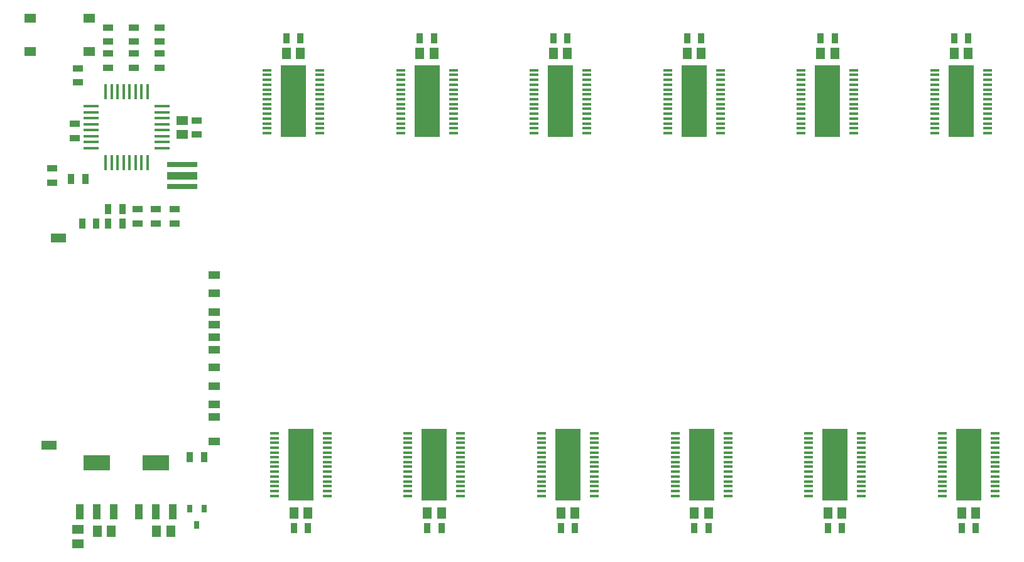
<source format=gbp>
G04 (created by PCBNEW (2013-07-07 BZR 4022)-stable) date 5/10/2014 5:07:10 PM*
%MOIN*%
G04 Gerber Fmt 3.4, Leading zero omitted, Abs format*
%FSLAX34Y34*%
G01*
G70*
G90*
G04 APERTURE LIST*
%ADD10C,0.00590551*%
%ADD11R,0.0787X0.0177*%
%ADD12R,0.0177X0.0787*%
%ADD13R,0.05X0.016*%
%ADD14R,0.133858X0.38189*%
%ADD15R,0.0610236X0.0511811*%
%ADD16R,0.144X0.08*%
%ADD17R,0.04X0.08*%
%ADD18R,0.055X0.035*%
%ADD19R,0.035X0.055*%
%ADD20R,0.0590551X0.0393701*%
%ADD21R,0.0787402X0.0472441*%
%ADD22R,0.161417X0.0275591*%
%ADD23R,0.161417X0.0393701*%
%ADD24R,0.0512X0.059*%
%ADD25R,0.059X0.0512*%
%ADD26R,0.0315X0.0394*%
G04 APERTURE END LIST*
G54D10*
G54D11*
X33982Y-44596D03*
X33982Y-44281D03*
X33982Y-43966D03*
X33982Y-43651D03*
X33982Y-43336D03*
X33982Y-43021D03*
X33982Y-42706D03*
X33982Y-42391D03*
X30216Y-42393D03*
X30216Y-44603D03*
X30216Y-44283D03*
X30216Y-43963D03*
X30216Y-43653D03*
X30216Y-43333D03*
X30216Y-43023D03*
X30216Y-42703D03*
G54D12*
X33198Y-41603D03*
X32884Y-41603D03*
X32568Y-41603D03*
X32254Y-41603D03*
X31938Y-41603D03*
X31624Y-41603D03*
X31308Y-41603D03*
X30994Y-41603D03*
X33196Y-45383D03*
X32886Y-45383D03*
X32566Y-45383D03*
X32256Y-45383D03*
X31946Y-45383D03*
X31626Y-45383D03*
X31306Y-45383D03*
X30986Y-45383D03*
G54D13*
X68285Y-63067D03*
X68285Y-62817D03*
X68285Y-62557D03*
X68285Y-62297D03*
X68285Y-62047D03*
X68285Y-61787D03*
X68285Y-61527D03*
X68285Y-61277D03*
X68285Y-61017D03*
X68285Y-60767D03*
X68285Y-60507D03*
X68285Y-60247D03*
X68285Y-59997D03*
X68285Y-59737D03*
X71085Y-59737D03*
X71085Y-59997D03*
X71085Y-60237D03*
X71085Y-60507D03*
X71085Y-60767D03*
X71085Y-61017D03*
X71085Y-61277D03*
X71085Y-61527D03*
X71085Y-61787D03*
X71085Y-62047D03*
X71085Y-62297D03*
X71085Y-62557D03*
X71085Y-62817D03*
X71085Y-63067D03*
G54D14*
X69685Y-61417D03*
G54D13*
X54111Y-63067D03*
X54111Y-62817D03*
X54111Y-62557D03*
X54111Y-62297D03*
X54111Y-62047D03*
X54111Y-61787D03*
X54111Y-61527D03*
X54111Y-61277D03*
X54111Y-61017D03*
X54111Y-60767D03*
X54111Y-60507D03*
X54111Y-60247D03*
X54111Y-59997D03*
X54111Y-59737D03*
X56911Y-59737D03*
X56911Y-59997D03*
X56911Y-60237D03*
X56911Y-60507D03*
X56911Y-60767D03*
X56911Y-61017D03*
X56911Y-61277D03*
X56911Y-61527D03*
X56911Y-61787D03*
X56911Y-62047D03*
X56911Y-62297D03*
X56911Y-62557D03*
X56911Y-62817D03*
X56911Y-63067D03*
G54D14*
X55511Y-61417D03*
G54D13*
X47025Y-63067D03*
X47025Y-62817D03*
X47025Y-62557D03*
X47025Y-62297D03*
X47025Y-62047D03*
X47025Y-61787D03*
X47025Y-61527D03*
X47025Y-61277D03*
X47025Y-61017D03*
X47025Y-60767D03*
X47025Y-60507D03*
X47025Y-60247D03*
X47025Y-59997D03*
X47025Y-59737D03*
X49825Y-59737D03*
X49825Y-59997D03*
X49825Y-60237D03*
X49825Y-60507D03*
X49825Y-60767D03*
X49825Y-61017D03*
X49825Y-61277D03*
X49825Y-61527D03*
X49825Y-61787D03*
X49825Y-62047D03*
X49825Y-62297D03*
X49825Y-62557D03*
X49825Y-62817D03*
X49825Y-63067D03*
G54D14*
X48425Y-61417D03*
G54D13*
X63604Y-40475D03*
X63604Y-40725D03*
X63604Y-40985D03*
X63604Y-41245D03*
X63604Y-41495D03*
X63604Y-41755D03*
X63604Y-42015D03*
X63604Y-42265D03*
X63604Y-42525D03*
X63604Y-42775D03*
X63604Y-43035D03*
X63604Y-43295D03*
X63604Y-43545D03*
X63604Y-43805D03*
X60804Y-43805D03*
X60804Y-43545D03*
X60804Y-43305D03*
X60804Y-43035D03*
X60804Y-42775D03*
X60804Y-42525D03*
X60804Y-42265D03*
X60804Y-42015D03*
X60804Y-41755D03*
X60804Y-41495D03*
X60804Y-41245D03*
X60804Y-40985D03*
X60804Y-40725D03*
X60804Y-40475D03*
G54D14*
X62204Y-42125D03*
G54D13*
X39938Y-63067D03*
X39938Y-62817D03*
X39938Y-62557D03*
X39938Y-62297D03*
X39938Y-62047D03*
X39938Y-61787D03*
X39938Y-61527D03*
X39938Y-61277D03*
X39938Y-61017D03*
X39938Y-60767D03*
X39938Y-60507D03*
X39938Y-60247D03*
X39938Y-59997D03*
X39938Y-59737D03*
X42738Y-59737D03*
X42738Y-59997D03*
X42738Y-60237D03*
X42738Y-60507D03*
X42738Y-60767D03*
X42738Y-61017D03*
X42738Y-61277D03*
X42738Y-61527D03*
X42738Y-61787D03*
X42738Y-62047D03*
X42738Y-62297D03*
X42738Y-62557D03*
X42738Y-62817D03*
X42738Y-63067D03*
G54D14*
X41338Y-61417D03*
G54D13*
X75371Y-63067D03*
X75371Y-62817D03*
X75371Y-62557D03*
X75371Y-62297D03*
X75371Y-62047D03*
X75371Y-61787D03*
X75371Y-61527D03*
X75371Y-61277D03*
X75371Y-61017D03*
X75371Y-60767D03*
X75371Y-60507D03*
X75371Y-60247D03*
X75371Y-59997D03*
X75371Y-59737D03*
X78171Y-59737D03*
X78171Y-59997D03*
X78171Y-60237D03*
X78171Y-60507D03*
X78171Y-60767D03*
X78171Y-61017D03*
X78171Y-61277D03*
X78171Y-61527D03*
X78171Y-61787D03*
X78171Y-62047D03*
X78171Y-62297D03*
X78171Y-62557D03*
X78171Y-62817D03*
X78171Y-63067D03*
G54D14*
X76771Y-61417D03*
G54D13*
X70691Y-40475D03*
X70691Y-40725D03*
X70691Y-40985D03*
X70691Y-41245D03*
X70691Y-41495D03*
X70691Y-41755D03*
X70691Y-42015D03*
X70691Y-42265D03*
X70691Y-42525D03*
X70691Y-42775D03*
X70691Y-43035D03*
X70691Y-43295D03*
X70691Y-43545D03*
X70691Y-43805D03*
X67891Y-43805D03*
X67891Y-43545D03*
X67891Y-43305D03*
X67891Y-43035D03*
X67891Y-42775D03*
X67891Y-42525D03*
X67891Y-42265D03*
X67891Y-42015D03*
X67891Y-41755D03*
X67891Y-41495D03*
X67891Y-41245D03*
X67891Y-40985D03*
X67891Y-40725D03*
X67891Y-40475D03*
G54D14*
X69291Y-42125D03*
G54D13*
X61198Y-63067D03*
X61198Y-62817D03*
X61198Y-62557D03*
X61198Y-62297D03*
X61198Y-62047D03*
X61198Y-61787D03*
X61198Y-61527D03*
X61198Y-61277D03*
X61198Y-61017D03*
X61198Y-60767D03*
X61198Y-60507D03*
X61198Y-60247D03*
X61198Y-59997D03*
X61198Y-59737D03*
X63998Y-59737D03*
X63998Y-59997D03*
X63998Y-60237D03*
X63998Y-60507D03*
X63998Y-60767D03*
X63998Y-61017D03*
X63998Y-61277D03*
X63998Y-61527D03*
X63998Y-61787D03*
X63998Y-62047D03*
X63998Y-62297D03*
X63998Y-62557D03*
X63998Y-62817D03*
X63998Y-63067D03*
G54D14*
X62598Y-61417D03*
G54D13*
X56518Y-40475D03*
X56518Y-40725D03*
X56518Y-40985D03*
X56518Y-41245D03*
X56518Y-41495D03*
X56518Y-41755D03*
X56518Y-42015D03*
X56518Y-42265D03*
X56518Y-42525D03*
X56518Y-42775D03*
X56518Y-43035D03*
X56518Y-43295D03*
X56518Y-43545D03*
X56518Y-43805D03*
X53718Y-43805D03*
X53718Y-43545D03*
X53718Y-43305D03*
X53718Y-43035D03*
X53718Y-42775D03*
X53718Y-42525D03*
X53718Y-42265D03*
X53718Y-42015D03*
X53718Y-41755D03*
X53718Y-41495D03*
X53718Y-41245D03*
X53718Y-40985D03*
X53718Y-40725D03*
X53718Y-40475D03*
G54D14*
X55118Y-42125D03*
G54D13*
X77777Y-40475D03*
X77777Y-40725D03*
X77777Y-40985D03*
X77777Y-41245D03*
X77777Y-41495D03*
X77777Y-41755D03*
X77777Y-42015D03*
X77777Y-42265D03*
X77777Y-42525D03*
X77777Y-42775D03*
X77777Y-43035D03*
X77777Y-43295D03*
X77777Y-43545D03*
X77777Y-43805D03*
X74977Y-43805D03*
X74977Y-43545D03*
X74977Y-43305D03*
X74977Y-43035D03*
X74977Y-42775D03*
X74977Y-42525D03*
X74977Y-42265D03*
X74977Y-42015D03*
X74977Y-41755D03*
X74977Y-41495D03*
X74977Y-41245D03*
X74977Y-40985D03*
X74977Y-40725D03*
X74977Y-40475D03*
G54D14*
X76377Y-42125D03*
G54D13*
X42344Y-40475D03*
X42344Y-40725D03*
X42344Y-40985D03*
X42344Y-41245D03*
X42344Y-41495D03*
X42344Y-41755D03*
X42344Y-42015D03*
X42344Y-42265D03*
X42344Y-42525D03*
X42344Y-42775D03*
X42344Y-43035D03*
X42344Y-43295D03*
X42344Y-43545D03*
X42344Y-43805D03*
X39544Y-43805D03*
X39544Y-43545D03*
X39544Y-43305D03*
X39544Y-43035D03*
X39544Y-42775D03*
X39544Y-42525D03*
X39544Y-42265D03*
X39544Y-42015D03*
X39544Y-41755D03*
X39544Y-41495D03*
X39544Y-41245D03*
X39544Y-40985D03*
X39544Y-40725D03*
X39544Y-40475D03*
G54D14*
X40944Y-42125D03*
G54D13*
X49431Y-40475D03*
X49431Y-40725D03*
X49431Y-40985D03*
X49431Y-41245D03*
X49431Y-41495D03*
X49431Y-41755D03*
X49431Y-42015D03*
X49431Y-42265D03*
X49431Y-42525D03*
X49431Y-42775D03*
X49431Y-43035D03*
X49431Y-43295D03*
X49431Y-43545D03*
X49431Y-43805D03*
X46631Y-43805D03*
X46631Y-43545D03*
X46631Y-43305D03*
X46631Y-43035D03*
X46631Y-42775D03*
X46631Y-42525D03*
X46631Y-42265D03*
X46631Y-42015D03*
X46631Y-41755D03*
X46631Y-41495D03*
X46631Y-41245D03*
X46631Y-40985D03*
X46631Y-40725D03*
X46631Y-40475D03*
G54D14*
X48031Y-42125D03*
G54D15*
X30108Y-39468D03*
X30108Y-37696D03*
X26978Y-37696D03*
X26978Y-39468D03*
G54D16*
X33661Y-61298D03*
G54D17*
X33661Y-63898D03*
X32761Y-63898D03*
X34561Y-63898D03*
G54D16*
X30511Y-61298D03*
G54D17*
X30511Y-63898D03*
X29611Y-63898D03*
X31411Y-63898D03*
G54D18*
X29527Y-40373D03*
X29527Y-41123D03*
G54D19*
X76752Y-38779D03*
X76002Y-38779D03*
G54D18*
X31102Y-38957D03*
X31102Y-38207D03*
X35826Y-43878D03*
X35826Y-43128D03*
G54D19*
X62579Y-38779D03*
X61829Y-38779D03*
G54D18*
X29330Y-44075D03*
X29330Y-43325D03*
G54D19*
X69666Y-38779D03*
X68916Y-38779D03*
G54D18*
X28149Y-46437D03*
X28149Y-45687D03*
G54D19*
X35451Y-61023D03*
X36201Y-61023D03*
G54D18*
X32480Y-38957D03*
X32480Y-38207D03*
X33858Y-38957D03*
X33858Y-38207D03*
X31102Y-40335D03*
X31102Y-39585D03*
X32480Y-40335D03*
X32480Y-39585D03*
X33858Y-40335D03*
X33858Y-39585D03*
X34645Y-47853D03*
X34645Y-48603D03*
X33661Y-47853D03*
X33661Y-48603D03*
G54D19*
X30493Y-48622D03*
X29743Y-48622D03*
G54D18*
X32677Y-47853D03*
X32677Y-48603D03*
G54D19*
X31871Y-47834D03*
X31121Y-47834D03*
X31121Y-48622D03*
X31871Y-48622D03*
X41319Y-38779D03*
X40569Y-38779D03*
X55136Y-64763D03*
X55886Y-64763D03*
X48406Y-38779D03*
X47656Y-38779D03*
X55493Y-38779D03*
X54743Y-38779D03*
X48050Y-64763D03*
X48800Y-64763D03*
X69310Y-64763D03*
X70060Y-64763D03*
X40963Y-64763D03*
X41713Y-64763D03*
X29152Y-46259D03*
X29902Y-46259D03*
X62223Y-64763D03*
X62973Y-64763D03*
X76396Y-64763D03*
X77146Y-64763D03*
G54D20*
X36736Y-52322D03*
X36736Y-53307D03*
X36736Y-54645D03*
X36736Y-55295D03*
X36736Y-56259D03*
X36736Y-57244D03*
X36736Y-58200D03*
X36736Y-58870D03*
X36736Y-51338D03*
X36736Y-60188D03*
G54D21*
X27992Y-60393D03*
X28464Y-49370D03*
G54D20*
X36736Y-53976D03*
G54D22*
X35039Y-46653D03*
G54D23*
X35039Y-46062D03*
G54D22*
X35039Y-45472D03*
G54D24*
X33680Y-64960D03*
X34430Y-64960D03*
X41713Y-63976D03*
X40963Y-63976D03*
X47656Y-39566D03*
X48406Y-39566D03*
X61829Y-39566D03*
X62579Y-39566D03*
X76002Y-39566D03*
X76752Y-39566D03*
X62973Y-63976D03*
X62223Y-63976D03*
X30530Y-64960D03*
X31280Y-64960D03*
G54D25*
X29527Y-64861D03*
X29527Y-65611D03*
G54D24*
X68916Y-39566D03*
X69666Y-39566D03*
X54743Y-39566D03*
X55493Y-39566D03*
X40569Y-39566D03*
X41319Y-39566D03*
X48050Y-63976D03*
X48800Y-63976D03*
X55136Y-63976D03*
X55886Y-63976D03*
X70060Y-63976D03*
X69310Y-63976D03*
X77146Y-63976D03*
X76396Y-63976D03*
G54D25*
X35039Y-43878D03*
X35039Y-43128D03*
G54D26*
X35826Y-64606D03*
X36201Y-63740D03*
X35451Y-63740D03*
M02*

</source>
